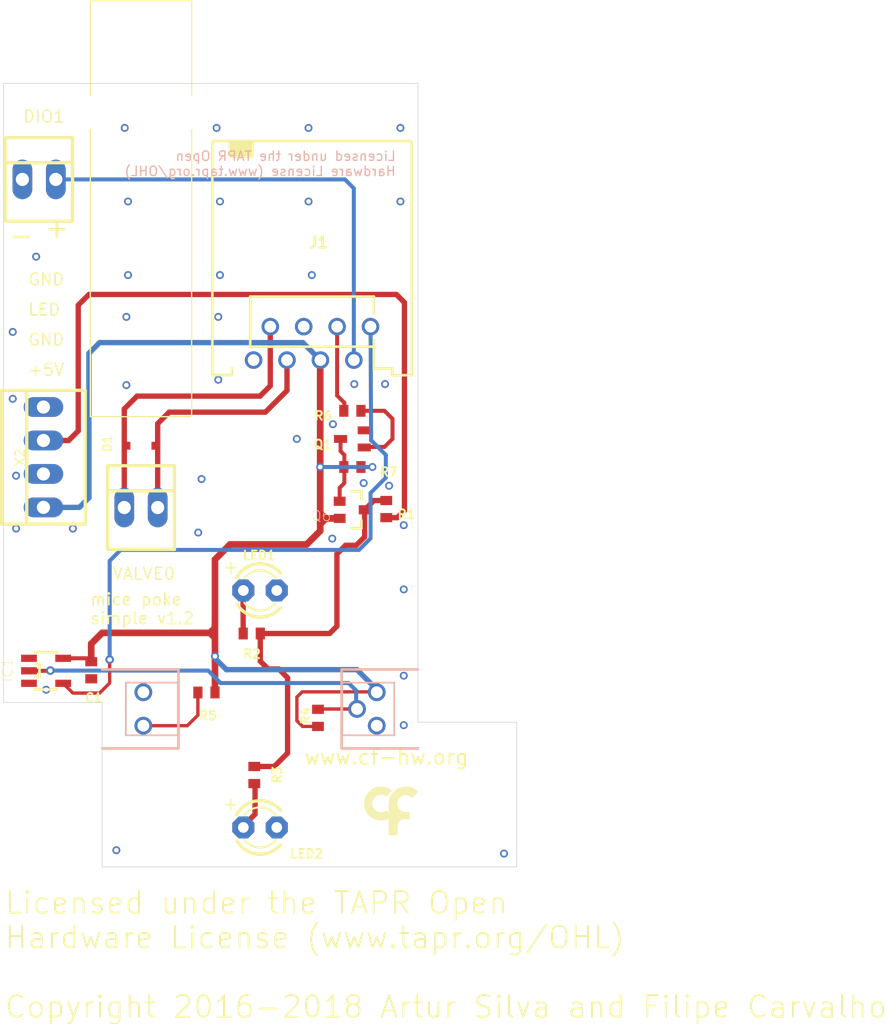
<source format=kicad_pcb>
(kicad_pcb (version 20211014) (generator pcbnew)
  (layers (0 "F.Cu" signal) (31 "B.Cu" signal) (34 "B.Paste" user) (35 "F.Paste" user) (36 "B.SilkS" user "B.Silkscreen") (37 "F.SilkS" user "F.Silkscreen") (38 "B.Mask" user) (39 "F.Mask" user) (44 "Edge.Cuts" user))
  (net 0 "")
  (net 1 "GND")
  (net 2 "IR_IN")
  (net 3 "N$4")
  (net 4 "N$9")
  (net 5 "+5V")
  (net 6 "N$13")
  (net 7 "N$14")
  (net 8 "LED")
  (net 9 "N$5")
  (net 10 "N$6")
  (net 11 "N$7")
  (net 12 "N$2")
  (net 13 "N$8")
  (net 14 "N$18")
  (net 15 "N$19")
  (footprint "mice poke simple v1.2:SOD323-R" (layer "F.Cu") (at 139.448121 102.76576 180)
    (fp_text reference "D1" (at 2.556 0.8968 90) (layer "F.SilkS") (effects (font (size 0.672592 0.672592) (thickness 0.140208)) (justify right)))
    (fp_text value "NA")
    (pad "A" smd rect (at 1.1 0 180) (size 0.6 0.6) (layers "F.Cu" "F.Paste" "F.Mask") (net 9 "N$5"))
    (pad "C" smd rect (at -1.1 0 180) (size 0.6 0.6) (layers "F.Cu" "F.Paste" "F.Mask") (net 10 "N$6"))
  )
  (footprint "" (layer "F.Cu") (at 143.3011 77.4596)
    (fp_text reference "@HOLE4" hide)
    (fp_text value "" (at 0 0) (layer "F.SilkS") (effects (font (size 1.27 1.27))))
    (pad "" np_thru_hole circle (at 0 0) (size 2.5 2.5) (drill 2.5) (layers *.Cu *.Mask))
  )
  (footprint "mice poke simple v1.2:LED3MM" (layer "F.Cu") (at 148.5011 113.7596)
    (fp_text reference "LED1" (at -1.397 -2.667) (layer "F.SilkS") (effects (font (size 0.67564 0.67564) (thickness 0.13716)) (justify left)))
    (fp_text value "")
    (pad "A" thru_hole roundrect (at -1.27 0) (size 1.6764 1.6764) (drill 0.8128) (layers *.Cu *.Mask) (chamfer_ratio 0.2928932188) (chamfer top_left top_right bottom_left bottom_right) (net 7 "N$14"))
    (pad "K" thru_hole roundrect (at 1.27 0) (size 1.6764 1.6764) (drill 0.8128) (layers *.Cu *.Mask) (chamfer_ratio 0.2928932188) (chamfer top_left top_right bottom_left bottom_right) (net 1 "GND"))
  )
  (footprint "" (layer "F.Cu") (at 132.5011 114.2596)
    (fp_text reference "@HOLE2" hide)
    (fp_text value "" (at 0 0) (layer "F.SilkS") (effects (font (size 1.27 1.27))))
    (pad "" np_thru_hole circle (at 0 0) (size 3.2 3.2) (drill 3.2) (layers *.Cu *.Mask))
  )
  (footprint "mice poke simple v1.2:SOT23-5" (layer "F.Cu") (at 132.2391 119.8616 -90)
    (fp_text reference "IC1" (at -1.018537 2.921 90) (layer "F.SilkS") (effects (font (size 0.767933 0.767933) (thickness 0.044867)) (justify right)))
    (fp_text value "SN74LVC1G125")
    (pad "1" smd rect (at -0.95 1.3001 270) (size 0.55 1.2) (layers "F.Cu" "F.Paste" "F.Mask") (net 1 "GND"))
    (pad "2" smd rect (at 0 1.3001 270) (size 0.55 1.2) (layers "F.Cu" "F.Paste" "F.Mask") (net 4 "N$9"))
    (pad "3" smd rect (at 0.95 1.3001 270) (size 0.55 1.2) (layers "F.Cu" "F.Paste" "F.Mask") (net 1 "GND"))
    (pad "4" smd rect (at 0.95 -1.3001 270) (size 0.55 1.2) (layers "F.Cu" "F.Paste" "F.Mask") (net 2 "IR_IN"))
    (pad "5" smd rect (at -0.95 -1.3001 270) (size 0.55 1.2) (layers "F.Cu" "F.Paste" "F.Mask") (net 5 "+5V"))
  )
  (footprint "mice poke simple v1.2:C0402" (layer "F.Cu") (at 135.669 119.818419 -90)
    (fp_text reference "C1" (at 2.098963 0.552063) (layer "F.SilkS") (effects (font (size 0.672592 0.672592) (thickness 0.140208)) (justify left)))
    (fp_text value "100nF")
    (pad "1" smd rect (at -0.65 0 270) (size 0.7 0.9) (layers "F.Cu" "F.Paste" "F.Mask") (net 5 "+5V"))
    (pad "2" smd rect (at 0.65 0 270) (size 0.7 0.9) (layers "F.Cu" "F.Paste" "F.Mask") (net 1 "GND"))
  )
  (footprint "mice poke simple v1.2:R0402" (layer "F.Cu") (at 158.092818 107.576679 90)
    (fp_text reference "R1" (at -0.39464 0.773444) (layer "F.SilkS") (effects (font (size 0.672592 0.672592) (thickness 0.140208)) (justify left)))
    (fp_text value "150")
    (pad "1" smd rect (at -0.65 0 90) (size 0.7 0.9) (layers "F.Cu" "F.Paste" "F.Mask") (net 12 "N$2"))
    (pad "2" smd rect (at 0.65 0 90) (size 0.7 0.9) (layers "F.Cu" "F.Paste" "F.Mask") (net 8 "LED"))
  )
  (footprint "mice poke simple v1.2:LED3MM" (layer "F.Cu") (at 148.5011 131.7596)
    (fp_text reference "LED2" (at 2.207262 1.996704) (layer "F.SilkS") (effects (font (size 0.67564 0.67564) (thickness 0.13716)) (justify left)))
    (fp_text value "")
    (pad "A" thru_hole roundrect (at -1.27 0) (size 1.6764 1.6764) (drill 0.8128) (layers *.Cu *.Mask) (chamfer_ratio 0.2928932188) (chamfer top_left top_right bottom_left bottom_right) (net 6 "N$13"))
    (pad "K" thru_hole roundrect (at 1.27 0) (size 1.6764 1.6764) (drill 0.8128) (layers *.Cu *.Mask) (chamfer_ratio 0.2928932188) (chamfer top_left top_right bottom_left bottom_right) (net 1 "GND"))
  )
  (footprint "mice poke simple v1.2:R0402" (layer "F.Cu") (at 155.5187 100.114)
    (fp_text reference "R6" (at -2.9718 0.381) (layer "F.SilkS") (effects (font (size 0.672592 0.672592) (thickness 0.140208)) (justify left)))
    (fp_text value "10k")
    (pad "1" smd rect (at -0.65 0) (size 0.7 0.9) (layers "F.Cu" "F.Paste" "F.Mask") (net 13 "N$8"))
    (pad "2" smd rect (at 0.65 0) (size 0.7 0.9) (layers "F.Cu" "F.Paste" "F.Mask") (net 15 "N$19"))
  )
  (footprint "mice poke simple v1.2:SOT323-BEC" (layer "F.Cu") (at 155.5187 102.2476 90)
    (fp_text reference "Q1" (at -0.4254 -3.0226) (layer "F.SilkS") (effects (font (size 0.672592 0.672592) (thickness 0.140208)) (justify left)))
    (fp_text value "BC817-40W")
    (pad "B" smd rect (at -0.65 0.9 90) (size 0.6 1) (layers "F.Cu" "F.Paste" "F.Mask") (net 15 "N$19"))
    (pad "C" smd rect (at 0 -0.9 90) (size 0.6 1) (layers "F.Cu" "F.Paste" "F.Mask") (net 14 "N$18"))
    (pad "E" smd rect (at 0.65 0.9 90) (size 0.6 1) (layers "F.Cu" "F.Paste" "F.Mask") (net 1 "GND"))
  )
  (footprint "" (layer "F.Cu") (at 148.5011 122.7596)
    (fp_text reference "@HOLE0" hide)
    (fp_text value "" (at 0 0) (layer "F.SilkS") (effects (font (size 1.27 1.27))))
    (pad "" np_thru_hole circle (at 0 0) (size 3 3) (drill 3) (layers *.Cu *.Mask))
  )
  (footprint "" (layer "F.Cu") (at 164.5011 131.2596)
    (fp_text reference "@HOLE1" hide)
    (fp_text value "" (at 0 0) (layer "F.SilkS") (effects (font (size 1.27 1.27))))
    (pad "" np_thru_hole circle (at 0 0) (size 3.2 3.2) (drill 3.2) (layers *.Cu *.Mask))
  )
  (footprint "mice poke simple v1.2:215878-2" (layer "F.Cu") (at 152.4536 87.369941 180)
    (fp_text reference "J1" (at -1.320159 0.045841) (layer "F.SilkS") (effects (font (size 0.819709 0.819709) (thickness 0.196291)) (justify right)))
    (fp_text value "")
    (pad "" np_thru_hole circle (at 5.715 0 180) (size 3.2512 3.2512) (drill 3.2512) (layers *.Cu *.Mask))
    (pad "" np_thru_hole circle (at -5.715 0 180) (size 3.2512 3.2512) (drill 3.2512) (layers *.Cu *.Mask))
    (pad "1" thru_hole circle (at -4.445 -6.35 180) (size 1.3335 1.3335) (drill 0.889) (layers *.Cu *.Mask) (net 2 "IR_IN"))
    (pad "2" thru_hole circle (at -3.175 -8.89 180) (size 1.3335 1.3335) (drill 0.889) (layers *.Cu *.Mask) (net 11 "N$7"))
    (pad "3" thru_hole circle (at -1.905 -6.35 180) (size 1.3335 1.3335) (drill 0.889) (layers *.Cu *.Mask) (net 13 "N$8"))
    (pad "4" thru_hole circle (at -0.635 -8.89 180) (size 1.3335 1.3335) (drill 0.889) (layers *.Cu *.Mask) (net 5 "+5V"))
    (pad "5" thru_hole circle (at 0.635 -6.35 180) (size 1.3335 1.3335) (drill 0.889) (layers *.Cu *.Mask) (net 1 "GND"))
    (pad "6" thru_hole circle (at 1.905 -8.89 180) (size 1.3335 1.3335) (drill 0.889) (layers *.Cu *.Mask) (net 10 "N$6"))
    (pad "7" thru_hole circle (at 3.175 -6.35 180) (size 1.3335 1.3335) (drill 0.889) (layers *.Cu *.Mask) (net 9 "N$5"))
    (pad "8" thru_hole circle (at 4.445 -8.89 180) (size 1.3335 1.3335) (drill 0.889) (layers *.Cu *.Mask))
  )
  (footprint "mice poke simple v1.2:R0402" (layer "F.Cu") (at 144.426937 121.507922 180)
    (fp_text reference "R5" (at 0.642616 -1.758675) (layer "F.SilkS") (effects (font (size 0.672592 0.672592) (thickness 0.140208)) (justify left)))
    (fp_text value "510")
    (pad "1" smd rect (at -0.65 0 180) (size 0.7 0.9) (layers "F.Cu" "F.Paste" "F.Mask") (net 5 "+5V"))
    (pad "2" smd rect (at 0.65 0 180) (size 0.7 0.9) (layers "F.Cu" "F.Paste" "F.Mask") (net 3 "N$4"))
  )
  (footprint "mice poke simple v1.2:R0402" (layer "F.Cu") (at 152.9037 123.4358 -90)
    (fp_text reference "R4" (at 0.587697 0.938819 90) (layer "F.SilkS") (effects (font (size 0.672592 0.672592) (thickness 0.140208)) (justify left)))
    (fp_text value "3.3k")
    (pad "1" smd rect (at -0.65 0 270) (size 0.7 0.9) (layers "F.Cu" "F.Paste" "F.Mask") (net 4 "N$9"))
    (pad "2" smd rect (at 0.65 0 270) (size 0.7 0.9) (layers "F.Cu" "F.Paste" "F.Mask") (net 5 "+5V"))
  )
  (footprint "mice poke simple v1.2:R0402" (layer "F.Cu") (at 155.5187 104.3812 180)
    (fp_text reference "R7" (at -2.0066 -0.381) (layer "F.SilkS") (effects (font (size 0.672592 0.672592) (thickness 0.140208)) (justify left)))
    (fp_text value "10k")
    (pad "1" smd rect (at -0.65 0 180) (size 0.7 0.9) (layers "F.Cu" "F.Paste" "F.Mask") (net 5 "+5V"))
    (pad "2" smd rect (at 0.65 0 180) (size 0.7 0.9) (layers "F.Cu" "F.Paste" "F.Mask") (net 14 "N$18"))
  )
  (footprint "mice poke simple v1.2:R0402" (layer "F.Cu") (at 147.869718 117.029541)
    (fp_text reference "R2" (at -0.726437 1.559553) (layer "F.SilkS") (effects (font (size 0.672592 0.672592) (thickness 0.140208)) (justify left)))
    (fp_text value "300")
    (pad "1" smd rect (at -0.65 0) (size 0.7 0.9) (layers "F.Cu" "F.Paste" "F.Mask") (net 7 "N$14"))
    (pad "2" smd rect (at 0.65 0) (size 0.7 0.9) (layers "F.Cu" "F.Paste" "F.Mask") (net 8 "LED"))
  )
  (footprint "mice poke simple v1.2:LOGO_7" (layer "F.Cu") (at 157.6451 129.9336)
    (fp_text reference "U$2" hide)
    (fp_text value "" hide)
  )
  (footprint "mice poke simple v1.2:22-23-2021" (layer "F.Cu") (at 139.4511 107.4596)
    (fp_text reference "VALVE0" (at -2.2352 5.0292) (layer "F.SilkS") (effects (font (size 0.906272 0.906272) (thickness 0.109728)) (justify left)))
    (fp_text value "22-23-2021")
    (pad "1" thru_hole oval (at -1.27 0 90) (size 3 1.5) (drill 1) (layers *.Cu *.Mask) (net 9 "N$5"))
    (pad "2" thru_hole oval (at 1.27 0 90) (size 3 1.5) (drill 1) (layers *.Cu *.Mask) (net 10 "N$6"))
  )
  (footprint "" (layer "F.Cu") (at 148.5011 103.7556)
    (fp_text reference "@HOLE3" hide)
    (fp_text value "" (at 0 0) (layer "F.SilkS") (effects (font (size 1.27 1.27))))
    (pad "" np_thru_hole circle (at 0 0) (size 5.08 5.08) (drill 5.08) (layers *.Cu *.Mask))
  )
  (footprint "mice poke simple v1.2:22-23-2021" (layer "F.Cu") (at 131.7079 82.5372)
    (fp_text reference "DIO1" (at 2.0104 -4.7752) (layer "F.SilkS") (effects (font (size 0.906272 0.906272) (thickness 0.109728)) (justify right)))
    (fp_text value "")
    (pad "1" thru_hole oval (at -1.27 0 90) (size 3 1.5) (drill 1) (layers *.Cu *.Mask) (net 1 "GND"))
    (pad "2" thru_hole oval (at 1.27 0 90) (size 3 1.5) (drill 1) (layers *.Cu *.Mask) (net 11 "N$7"))
  )
  (footprint "mice poke simple v1.2:SOT323" (layer "F.Cu") (at 155.5011 107.6336 -90)
    (fp_text reference "Q6" (at 0.4664 3.1507) (layer "F.SilkS") (effects (font (size 0.767933 0.767933) (thickness 0.044867)) (justify left)))
    (fp_text value "RTU002P02T106")
    (pad "1" smd rect (at 0.65 0.95 270) (size 0.7 0.9) (layers "F.Cu" "F.Paste" "F.Mask") (net 5 "+5V"))
    (pad "2" smd rect (at -0.65 0.95 270) (size 0.7 0.9) (layers "F.Cu" "F.Paste" "F.Mask") (net 14 "N$18"))
    (pad "3" smd rect (at 0 -0.95 270) (size 0.7 0.9) (layers "F.Cu" "F.Paste" "F.Mask") (net 8 "LED"))
  )
  (footprint "mice poke simple v1.2:R0402" (layer "F.Cu") (at 148.0621 127.7786 90)
    (fp_text reference "R3" (at -0.72136 1.747515 90) (layer "F.SilkS") (effects (font (size 0.672592 0.672592) (thickness 0.140208)) (justify left)))
    (fp_text value "300")
    (pad "1" smd rect (at -0.65 0 90) (size 0.7 0.9) (layers "F.Cu" "F.Paste" "F.Mask") (net 6 "N$13"))
    (pad "2" smd rect (at 0.65 0 90) (size 0.7 0.9) (layers "F.Cu" "F.Paste" "F.Mask") (net 8 "LED"))
  )
  (footprint "mice poke simple v1.2:22-23-2041" (layer "F.Cu") (at 132.039078 103.636979 90)
    (fp_text reference "X2" (at -0.762 -1.778 90) (layer "F.SilkS") (effects (font (size 0.703072 0.703072) (thickness 0.109728)) (justify left)))
    (fp_text value "22-23-2041")
    (pad "1" thru_hole oval (at -3.81 0 180) (size 3 1.5) (drill 1) (layers *.Cu *.Mask) (net 5 "+5V"))
    (pad "2" thru_hole oval (at -1.27 0 180) (size 3 1.5) (drill 1) (layers *.Cu *.Mask) (net 1 "GND"))
    (pad "3" thru_hole oval (at 1.27 0 180) (size 3 1.5) (drill 1) (layers *.Cu *.Mask) (net 12 "N$2"))
    (pad "4" thru_hole oval (at 3.81 0 180) (size 3 1.5) (drill 1) (layers *.Cu *.Mask) (net 1 "GND"))
  )
  (footprint "" (layer "F.Cu") (at 135.6011 77.4596)
    (fp_text reference "@HOLE5" hide)
    (fp_text value "" (at 0 0) (layer "F.SilkS") (effects (font (size 1.27 1.27))))
    (pad "" np_thru_hole circle (at 0 0) (size 2.5 2.5) (drill 2.5) (layers *.Cu *.Mask))
  )
  (footprint "mice poke simple v1.2:GP1A57HR_CUT2" (layer "B.Cu") (at 148.5011 122.7596 -90)
    (fp_text reference "U1" hide)
    (fp_text value "GP1A57HR_CUT2" hide)
    (pad "1" thru_hole circle (at 1.27 8.87 270) (size 1.35 1.35) (drill 0.9) (layers *.Cu *.Mask) (net 3 "N$4"))
    (pad "2" thru_hole circle (at -1.27 8.87 270) (size 1.35 1.35) (drill 0.9) (layers *.Cu *.Mask) (net 1 "GND"))
    (pad "3" thru_hole circle (at -1.27 -8.87 270) (size 1.35 1.35) (drill 0.9) (layers *.Cu *.Mask) (net 5 "+5V"))
    (pad "4" thru_hole circle (at 0 -7.37 270) (size 1.35 1.35) (drill 0.9) (layers *.Cu *.Mask) (net 4 "N$9"))
    (pad "5" thru_hole circle (at 1.27 -8.87 270) (size 1.35 1.35) (drill 0.9) (layers *.Cu *.Mask) (net 1 "GND"))
  )
  (gr_line (start 160.5011 119.7596) (end 154.7011 119.7596) (layer "B.SilkS") (width 0.2032))
  (gr_line (start 154.7011 119.7596) (end 154.7011 125.7596) (layer "B.SilkS") (width 0.2032))
  (gr_line (start 142.3011 119.7596) (end 136.5011 119.7596) (layer "B.SilkS") (width 0.2032))
  (gr_line (start 154.7011 125.7596) (end 160.5011 125.7596) (layer "B.SilkS") (width 0.2032))
  (gr_line (start 142.3011 125.7596) (end 142.3011 119.7596) (layer "B.SilkS") (width 0.2032))
  (gr_line (start 136.5011 125.7596) (end 142.3011 125.7596) (layer "B.SilkS") (width 0.2032))
  (gr_line (start 135.6011 68.9596) (end 135.6011 100.5596) (layer "F.SilkS") (width 0.1016))
  (gr_line (start 143.3011 68.9596) (end 135.6011 68.9596) (layer "F.SilkS") (width 0.1016))
  (gr_line (start 143.3011 100.5596) (end 135.6011 100.5596) (layer "F.SilkS") (width 0.1016))
  (gr_line (start 143.3011 68.9596) (end 143.3011 100.5596) (layer "F.SilkS") (width 0.1016))
  (gr_line (start 168.0011 134.7596) (end 168.0011 123.7676) (layer "Edge.Cuts") (width 0.05))
  (gr_line (start 136.5011 134.7596) (end 168.0011 134.7596) (layer "Edge.Cuts") (width 0.05))
  (gr_line (start 160.5011 123.7676) (end 160.5011 109.0296) (layer "Edge.Cuts") (width 0.05))
  (gr_line (start 160.4951 75.2476) (end 129.0011 75.2476) (layer "Edge.Cuts") (width 0.05))
  (gr_line (start 136.5011 122.2596) (end 136.5011 134.7596) (layer "Edge.Cuts") (width 0.05))
  (gr_line (start 160.5011 109.0296) (end 160.4951 109.0296) (layer "Edge.Cuts") (width 0.05))
  (gr_line (start 129.0011 122.2596) (end 136.5011 122.2596) (layer "Edge.Cuts") (width 0.05))
  (gr_line (start 168.0011 123.7676) (end 160.5011 123.7676) (layer "Edge.Cuts") (width 0.05))
  (gr_line (start 160.4951 109.0296) (end 160.4951 75.2476) (layer "Edge.Cuts") (width 0.05))
  (gr_line (start 129.0011 75.2476) (end 129.0011 122.2596) (layer "Edge.Cuts") (width 0.05))
  (gr_text "Licensed under the TAPR Open \nHardware License (www.tapr.org/OHL)" (at 158.8715 82.334) (layer "B.SilkS") (effects (font (size 0.715264 0.715264) (thickness 0.097536)) (justify left bottom mirror)))
  (gr_text "+5V" (at 130.8051 97.5236) (layer "F.SilkS") (effects (font (size 0.89408 0.89408) (thickness 0.12192)) (justify left bottom)))
  (gr_text "+" (at 133.8199 87.3632 90) (layer "F.SilkS") (effects (font (size 1.475232 1.475232) (thickness 0.201168)) (justify left bottom)))
  (gr_text "Licensed under the TAPR Open \nHardware License (www.tapr.org/OHL)\n\nCopyright 2016-2018 Artur Silva and Filipe Carvalho" (at 129.0011 146.342) (layer "F.SilkS") (effects (font (size 1.63576 1.63576) (thickness 0.14224)) (justify left bottom)))
  (gr_text "GND" (at 130.8051 90.6656) (layer "F.SilkS") (effects (font (size 0.89408 0.89408) (thickness 0.12192)) (justify left bottom)))
  (gr_text "-" (at 131.3815 85.9408) (layer "F.SilkS") (effects (font (size 1.475232 1.475232) (thickness 0.201168)) (justify right top)))
  (gr_text "mice poke\nsimple v1.2" (at 135.5247 116.396419) (layer "F.SilkS") (effects (font (size 0.89408 0.89408) (thickness 0.12192)) (justify left bottom)))
  (gr_text "LED" (at 130.8051 92.9516) (layer "F.SilkS") (effects (font (size 0.89408 0.89408) (thickness 0.12192)) (justify left bottom)))
  (gr_text "GND" (at 130.8051 95.2376) (layer "F.SilkS") (effects (font (size 0.89408 0.89408) (thickness 0.12192)) (justify left bottom)))
  (gr_text "www.cf-hw.org" (at 151.7816 127.069) (layer "F.SilkS") (effects (font (size 1.1176 1.1176) (thickness 0.1524)) (justify left bottom)))
  (via (at 143.8021 109.3596) (size 0.6) (drill 0.35) (layers "F.Cu" "B.Cu") (net 1))
  (via (at 158.3055 105.8036) (size 0.6) (drill 0.35) (layers "F.Cu" "B.Cu") (net 1))
  (via (at 158.0007 98.082) (size 0.6) (drill 0.35) (layers "F.Cu" "B.Cu") (net 1))
  (via (at 152.1841 78.6256) (size 0.6) (drill 0.35) (layers "F.Cu" "B.Cu") (net 1))
  (via (at 129.7051 99.1996) (size 0.6) (drill 0.35) (layers "F.Cu" "B.Cu") (net 1))
  (via (at 129.9591 109.0548) (size 0.6) (drill 0.35) (layers "F.Cu" "B.Cu") (net 1))
  (via (at 167.0431 133.7436) (size 0.6) (drill 0.35) (layers "F.Cu" "B.Cu") (net 1))
  (via (at 132.2451 121.2976) (size 0.6) (drill 0.35) (layers "F.Cu" "B.Cu") (net 1))
  (via (at 145.1991 78.6256) (size 0.6) (drill 0.35) (layers "F.Cu" "B.Cu") (net 1))
  (via (at 131.4831 88.4046) (size 0.6) (drill 0.35) (layers "F.Cu" "B.Cu") (net 1))
  (via (at 159.4231 120.2308) (size 0.6) (drill 0.35) (layers "F.Cu" "B.Cu") (net 1))
  (via (at 138.3411 92.9766) (size 0.6) (drill 0.35) (layers "F.Cu" "B.Cu") (net 1))
  (via (at 138.3411 98.1582) (size 0.6) (drill 0.35) (layers "F.Cu" "B.Cu") (net 1))
  (via (at 145.4531 89.8016) (size 0.6) (drill 0.35) (layers "F.Cu" "B.Cu") (net 1))
  (via (at 154.0383 101.13) (size 0.6) (drill 0.35) (layers "F.Cu" "B.Cu") (net 1))
  (via (at 145.4531 84.2136) (size 0.6) (drill 0.35) (layers "F.Cu" "B.Cu") (net 1))
  (via (at 138.4681 89.8016) (size 0.6) (drill 0.35) (layers "F.Cu" "B.Cu") (net 1))
  (via (at 153.9875 109.8168) (size 0.6) (drill 0.35) (layers "F.Cu" "B.Cu") (net 1))
  (via (at 159.4231 108.8008) (size 0.6) (drill 0.35) (layers "F.Cu" "B.Cu") (net 1))
  (via (at 156.3751 105.6004) (size 0.6) (drill 0.35) (layers "F.Cu" "B.Cu") (net 1))
  (via (at 145.3261 97.7518) (size 0.6) (drill 0.35) (layers "F.Cu" "B.Cu") (net 1))
  (via (at 159.1691 84.2136) (size 0.6) (drill 0.35) (layers "F.Cu" "B.Cu") (net 1))
  (via (at 129.9591 105.0416) (size 0.6) (drill 0.35) (layers "F.Cu" "B.Cu") (net 1))
  (via (at 159.4231 123.99) (size 0.6) (drill 0.35) (layers "F.Cu" "B.Cu") (net 1))
  (via (at 159.4231 113.6776) (size 0.6) (drill 0.35) (layers "F.Cu" "B.Cu") (net 1))
  (via (at 134.2771 109.0548) (size 0.6) (drill 0.35) (layers "F.Cu" "B.Cu") (net 1))
  (via (at 152.4381 89.8016) (size 0.6) (drill 0.35) (layers "F.Cu" "B.Cu") (net 1))
  (via (at 138.4681 84.2136) (size 0.6) (drill 0.35) (layers "F.Cu" "B.Cu") (net 1))
  (via (at 138.2141 78.6256) (size 0.6) (drill 0.35) (layers "F.Cu" "B.Cu") (net 1))
  (via (at 159.1691 78.6256) (size 0.6) (drill 0.35) (layers "F.Cu" "B.Cu") (net 1))
  (via (at 155.6639 98.082) (size 0.6) (drill 0.35) (layers "F.Cu" "B.Cu") (net 1))
  (via (at 137.5791 133.4896) (size 0.6) (drill 0.35) (layers "F.Cu" "B.Cu") (net 1))
  (via (at 144.0561 105.2956) (size 0.6) (drill 0.35) (layers "F.Cu" "B.Cu") (net 1))
  (via (at 129.7051 94.1196) (size 0.6) (drill 0.35) (layers "F.Cu" "B.Cu") (net 1))
  (via (at 151.2951 102.2476) (size 0.6) (drill 0.35) (layers "F.Cu" "B.Cu") (net 1))
  (via (at 145.3261 92.9766) (size 0.6) (drill 0.35) (layers "F.Cu" "B.Cu") (net 1))
  (via (at 152.1841 84.2136) (size 0.6) (drill 0.35) (layers "F.Cu" "B.Cu") (net 1))
  (segment (start 136.3091 121.5516) (end 137.0711 120.7896) (width 0.254) (layer "F.Cu") (net 2))
  (segment (start 137.0711 120.7896) (end 137.0711 119.0116) (width 0.254) (layer "F.Cu") (net 2))
  (segment (start 133.7911 121.0656) (end 134.2771 121.5516) (width 0.254) (layer "F.Cu") (net 2))
  (segment (start 133.5392 120.8116) (end 133.7911 121.0656) (width 0.254) (layer "F.Cu") (net 2))
  (segment (start 134.2771 121.5516) (end 136.3091 121.5516) (width 0.254) (layer "F.Cu") (net 2))
  (via (at 137.0711 119.0116) (size 0.65) (drill 0.35) (layers "F.Cu" "B.Cu") (net 2))
  (segment (start 158.0587 103.4668) (end 158.0587 105.194) (width 0.3048) (layer "B.Cu") (net 2))
  (segment (start 137.0711 111.510982) (end 137.901681 110.6804) (width 0.3048) (layer "B.Cu") (net 2))
  (segment (start 158.0587 105.194) (end 156.8986 106.3541) (width 0.3048) (layer "B.Cu") (net 2))
  (segment (start 156.8986 106.3541) (end 156.8986 109.8013) (width 0.3048) (layer "B.Cu") (net 2))
  (segment (start 156.0195 110.6804) (end 156.8986 109.8013) (width 0.3048) (layer "B.Cu") (net 2))
  (segment (start 137.0711 111.510982) (end 137.0711 119.0116) (width 0.3048) (layer "B.Cu") (net 2))
  (segment (start 156.8986 93.719941) (end 156.9411 102.3492) (width 0.3048) (layer "B.Cu") (net 2))
  (segment (start 156.9411 102.3492) (end 158.0587 103.4668) (width 0.3048) (layer "B.Cu") (net 2))
  (segment (start 156.0195 110.6804) (end 137.901681 110.6804) (width 0.3048) (layer "B.Cu") (net 2))
  (segment (start 139.6311 124.0296) (end 142.9751 124.0296) (width 0.254) (layer "F.Cu") (net 3))
  (segment (start 142.9751 124.0296) (end 143.776937 123.227763) (width 0.254) (layer "F.Cu") (net 3))
  (segment (start 143.776937 121.507922) (end 143.776937 123.227763) (width 0.254) (layer "F.Cu") (net 3))
  (segment (start 155.8671 122.7636) (end 155.8711 122.7596) (width 0.254) (layer "F.Cu") (net 4))
  (segment (start 152.9259 122.7636) (end 152.9037 122.7858) (width 0.4064) (layer "F.Cu") (net 4))
  (segment (start 132.32294 119.8616) (end 130.939 119.8616) (width 0.3048) (layer "F.Cu") (net 4))
  (segment (start 152.9259 122.7636) (end 155.8671 122.7636) (width 0.254) (layer "F.Cu") (net 4))
  (segment (start 132.32294 119.8616) (end 132.560059 119.844719) (width 0.3048) (layer "F.Cu") (net 4))
  (via (at 132.560059 119.844719) (size 0.65) (drill 0.35) (layers "F.Cu" "B.Cu") (net 4))
  (segment (start 132.560059 119.844719) (end 144.559018 119.844719) (width 0.3048) (layer "B.Cu") (net 4))
  (segment (start 144.559018 119.844719) (end 145.5039 120.7896) (width 0.3048) (layer "B.Cu") (net 4))
  (segment (start 145.5039 120.7896) (end 155.2311 120.7896) (width 0.3048) (layer "B.Cu") (net 4))
  (segment (start 155.2311 120.7896) (end 155.8011 121.3596) (width 0.3048) (layer "B.Cu") (net 4))
  (segment (start 155.8011 121.3596) (end 155.8011 122.6896) (width 0.3048) (layer "B.Cu") (net 4))
  (segment (start 155.8011 122.6896) (end 155.8711 122.7596) (width 0.3048) (layer "B.Cu") (net 4))
  (segment (start 153.5141 108.1912) (end 153.4359 108.1912) (width 0.3048) (layer "F.Cu") (net 5))
  (segment (start 153.0731 108.7246) (end 153.1148 108.6829) (width 0.508) (layer "F.Cu") (net 5))
  (segment (start 145.076278 118.7576) (end 145.076937 121.507922) (width 0.508) (layer "F.Cu") (net 5))
  (segment (start 145.0721 116.5986) (end 145.0721 116.3446) (width 0.508) (layer "F.Cu") (net 5))
  (segment (start 156.1687 104.3812) (end 157.0427 104.3812) (width 0.3048) (layer "F.Cu") (net 5))
  (segment (start 153.5141 108.2836) (end 153.5141 108.1912) (width 0.3048) (layer "F.Cu") (net 5))
  (segment (start 157.0411 121.4596) (end 157.3711 121.4896) (width 0.254) (layer "F.Cu") (net 5))
  (segment (start 136.4996 116.9796) (end 135.669 117.8102) (width 0.508) (layer "F.Cu") (net 5))
  (segment (start 153.0731 108.6829) (end 153.1148 108.6829) (width 0.508) (layer "F.Cu") (net 5))
  (segment (start 136.4996 116.9796) (end 144.6911 116.9796) (width 0.508) (layer "F.Cu") (net 5))
  (segment (start 145.076278 111.402422) (end 145.076278 116.9796) (width 0.508) (layer "F.Cu") (net 5))
  (segment (start 146.2151 110.2636) (end 145.076278 111.402422) (width 0.508) (layer "F.Cu") (net 5))
  (segment (start 152.9037 124.0858) (end 151.7273 124.0858) (width 0.254) (layer "F.Cu") (net 5))
  (segment (start 144.6911 116.9796) (end 145.0721 117.3606) (width 0.508) (layer "F.Cu") (net 5))
  (segment (start 153.0803 107.8356) (end 153.4359 108.1912) (width 0.4572) (layer "F.Cu") (net 5))
  (segment (start 153.0803 107.2768) (end 153.0803 107.8356) (width 0.4572) (layer "F.Cu") (net 5))
  (segment (start 153.0731 96.275441) (end 153.0886 96.259941) (width 0.508) (layer "F.Cu") (net 5))
  (segment (start 153.0731 109.2321) (end 152.0416 110.2636) (width 0.508) (layer "F.Cu") (net 5))
  (segment (start 151.7273 124.0858) (end 151.3011 123.6596) (width 0.254) (layer "F.Cu") (net 5))
  (segment (start 133.5392 118.9116) (end 135.666181 118.9116) (width 0.3048) (layer "F.Cu") (net 5))
  (segment (start 153.1148 108.6829) (end 153.5141 108.2836) (width 0.508) (layer "F.Cu") (net 5))
  (segment (start 135.669 119.168419) (end 135.669 117.8102) (width 0.508) (layer "F.Cu") (net 5))
  (segment (start 145.0721 117.3606) (end 145.0721 117.4876) (width 0.508) (layer "F.Cu") (net 5))
  (segment (start 151.3011 123.6596) (end 151.3011 121.8596) (width 0.254) (layer "F.Cu") (net 5))
  (segment (start 144.6911 116.9796) (end 145.0721 116.5986) (width 0.508) (layer "F.Cu") (net 5))
  (segment (start 135.666181 118.9116) (end 135.669 119.168419) (width 0.3048) (layer "F.Cu") (net 5))
  (segment (start 145.0467 121.527341) (end 145.076937 121.507922) (width 0.4064) (layer "F.Cu") (net 5))
  (segment (start 153.0731 104.3812) (end 153.0731 96.275441) (width 0.508) (layer "F.Cu") (net 5))
  (segment (start 153.0731 108.6829) (end 153.0731 104.3812) (width 0.508) (layer "F.Cu") (net 5))
  (segment (start 153.0731 108.7246) (end 153.0731 109.2321) (width 0.508) (layer "F.Cu") (net 5))
  (segment (start 151.7011 121.4596) (end 157.0411 121.4596) (width 0.254) (layer "F.Cu") (net 5))
  (segment (start 152.0416 110.2636) (end 146.2151 110.2636) (width 0.508) (layer "F.Cu") (net 5))
  (segment (start 151.3011 121.8596) (end 151.7011 121.4596) (width 0.254) (layer "F.Cu") (net 5))
  (segment (start 145.076278 116.9796) (end 145.076278 118.7576) (width 0.508) (layer "F.Cu") (net 5))
  (segment (start 154.5511 108.2836) (end 153.5141 108.2836) (width 0.508) (layer "F.Cu") (net 5))
  (segment (start 144.6911 116.9796) (end 145.076278 116.9796) (width 0.508) (layer "F.Cu") (net 5))
  (via (at 153.0731 104.3812) (size 0.6) (drill 0.35) (layers "F.Cu" "B.Cu") (net 5))
  (via (at 145.076278 118.7576) (size 0.6) (drill 0.35) (layers "F.Cu" "B.Cu") (net 5))
  (via (at 157.0427 104.3812) (size 0.6) (drill 0.35) (layers "F.Cu" "B.Cu") (net 5))
  (segment (start 145.939878 119.7736) (end 155.8671 119.7736) (width 0.4064) (layer "B.Cu") (net 5))
  (segment (start 151.7523 94.9324) (end 136.3091 94.9324) (width 0.4064) (layer "B.Cu") (net 5))
  (segment (start 135.4963 95.7452) (end 135.4963 106.718) (width 0.4064) (layer "B.Cu") (net 5))
  (segment (start 136.3091 94.9324) (end 135.4963 95.7452) (width 0.4064) (layer "B.Cu") (net 5))
  (segment (start 155.8671 119.7736) (end 157.3711 121.2776) (width 0.4064) (layer "B.Cu") (net 5))
  (segment (start 153.0886 96.259941) (end 153.07984 96.259941) (width 0.4064) (layer "B.Cu") (net 5))
  (segment (start 153.07984 96.259941) (end 151.7523 94.9324) (width 0.4064) (layer "B.Cu") (net 5))
  (segment (start 145.076278 118.7576) (end 145.076278 118.91) (width 0.4064) (layer "B.Cu") (net 5))
  (segment (start 135.4963 106.718) (end 134.767321 107.446979) (width 0.4064) (layer "B.Cu") (net 5))
  (segment (start 145.076278 118.91) (end 145.939878 119.7736) (width 0.4064) (layer "B.Cu") (net 5))
  (segment (start 157.0427 104.3812) (end 153.0731 104.3812) (width 0.3048) (layer "B.Cu") (net 5))
  (segment (start 132.039078 107.446979) (end 134.767321 107.446979) (width 0.4064) (layer "B.Cu") (net 5))
  (segment (start 157.3711 121.2776) (end 157.3711 121.4896) (width 0.4064) (layer "B.Cu") (net 5))
  (segment (start 147.1731 131.7016) (end 147.2311 131.7596) (width 0.4064) (layer "F.Cu") (net 6))
  (segment (start 148.1201 130.7546) (end 147.1731 131.7016) (width 0.4064) (layer "F.Cu") (net 6))
  (segment (start 148.1201 128.4096) (end 148.1201 130.7546) (width 0.4064) (layer "F.Cu") (net 6))
  (segment (start 148.0621 128.4286) (end 148.1201 128.4096) (width 0.4064) (layer "F.Cu") (net 6))
  (segment (start 147.219718 117.029541) (end 147.2091 113.7816) (width 0.4064) (layer "F.Cu") (net 7))
  (segment (start 147.2091 113.7816) (end 147.2311 113.7596) (width 0.4064) (layer "F.Cu") (net 7))
  (segment (start 155.8163 110.3248) (end 156.4511 109.69) (width 0.4064) (layer "F.Cu") (net 8))
  (segment (start 150.594059 126.110641) (end 150.594059 120.39336) (width 0.4064) (layer "F.Cu") (net 8))
  (segment (start 148.519718 119.131819) (end 148.519718 117.029541) (width 0.4064) (layer "F.Cu") (net 8))
  (segment (start 157.158021 106.926679) (end 158.092818 106.926679) (width 0.4064) (layer "F.Cu") (net 8))
  (segment (start 155.0035 110.3248) (end 155.8163 110.3248) (width 0.4064) (layer "F.Cu") (net 8))
  (segment (start 148.519718 117.029541) (end 153.785159 117.029541) (width 0.4064) (layer "F.Cu") (net 8))
  (segment (start 156.4511 109.69) (end 156.4511 107.6336) (width 0.4064) (layer "F.Cu") (net 8))
  (segment (start 149.1107 119.7228) (end 148.519718 119.131819) (width 0.4064) (layer "F.Cu") (net 8))
  (segment (start 153.785159 117.029541) (end 154.3431 116.4716) (width 0.4064) (layer "F.Cu") (net 8))
  (segment (start 154.3431 116.4716) (end 154.3431 110.9852) (width 0.4064) (layer "F.Cu") (net 8))
  (segment (start 149.9235 119.7228) (end 149.1107 119.7228) (width 0.4064) (layer "F.Cu") (net 8))
  (segment (start 150.594059 120.39336) (end 149.9235 119.7228) (width 0.4064) (layer "F.Cu") (net 8))
  (segment (start 156.4511 107.6336) (end 157.158021 106.926679) (width 0.4064) (layer "F.Cu") (net 8))
  (segment (start 154.3431 110.9852) (end 155.0035 110.3248) (width 0.4064) (layer "F.Cu") (net 8))
  (segment (start 148.0621 127.1286) (end 149.5761 127.1286) (width 0.4064) (layer "F.Cu") (net 8))
  (segment (start 149.5761 127.1286) (end 150.594059 126.110641) (width 0.4064) (layer "F.Cu") (net 8))
  (segment (start 149.2786 93.719941) (end 149.2786 98.2189) (width 0.4064) (layer "F.Cu") (net 9))
  (segment (start 138.348121 102.76576) (end 138.1811 102.7556) (width 0.254) (layer "F.Cu") (net 9))
  (segment (start 148.5011 98.9964) (end 139.1539 98.9964) (width 0.4064) (layer "F.Cu") (net 9))
  (segment (start 138.1811 102.7556) (end 138.1811 102.2476) (width 0.254) (layer "F.Cu") (net 9))
  (segment (start 139.1539 98.9964) (end 138.1811 99.9692) (width 0.4064) (layer "F.Cu") (net 9))
  (segment (start 138.1811 102.2476) (end 138.1811 99.9692) (width 0.4064) (layer "F.Cu") (net 9))
  (segment (start 149.2786 98.2189) (end 148.5011 98.9964) (width 0.4064) (layer "F.Cu") (net 9))
  (segment (start 138.1811 107.4596) (end 138.1811 102.2476) (width 0.4064) (layer "F.Cu") (net 9))
  (segment (start 140.7211 107.4596) (end 140.7211 102.654) (width 0.4064) (layer "F.Cu") (net 10))
  (segment (start 148.9075 100.2156) (end 141.5923 100.2156) (width 0.4064) (layer "F.Cu") (net 10))
  (segment (start 150.5486 96.259941) (end 150.5486 98.5745) (width 0.4064) (layer "F.Cu") (net 10))
  (segment (start 140.7211 102.654) (end 140.7211 101.0868) (width 0.4064) (layer "F.Cu") (net 10))
  (segment (start 140.548121 102.76576) (end 140.7211 102.7556) (width 0.254) (layer "F.Cu") (net 10))
  (segment (start 140.7211 102.7556) (end 140.7211 102.654) (width 0.254) (layer "F.Cu") (net 10))
  (segment (start 141.5923 100.2156) (end 140.7211 101.0868) (width 0.4064) (layer "F.Cu") (net 10))
  (segment (start 150.5486 98.5745) (end 148.9075 100.2156) (width 0.4064) (layer "F.Cu") (net 10))
  (segment (start 155.6286 83.2131) (end 154.9527 82.5372) (width 0.3048) (layer "B.Cu") (net 11))
  (segment (start 132.9779 82.5372) (end 154.9527 82.5372) (width 0.3048) (layer "B.Cu") (net 11))
  (segment (start 155.6286 96.259941) (end 155.6286 83.2131) (width 0.3048) (layer "B.Cu") (net 11))
  (segment (start 133.954521 102.366979) (end 134.6835 101.638) (width 0.4064) (layer "F.Cu") (net 12))
  (segment (start 159.4739 107.6832) (end 159.4739 91.8844) (width 0.4064) (layer "F.Cu") (net 12))
  (segment (start 158.930421 108.226679) (end 159.4739 107.6832) (width 0.4064) (layer "F.Cu") (net 12))
  (segment (start 158.8643 91.2748) (end 135.4963 91.2748) (width 0.4064) (layer "F.Cu") (net 12))
  (segment (start 135.4963 91.2748) (end 134.6835 92.0876) (width 0.4064) (layer "F.Cu") (net 12))
  (segment (start 132.039078 102.366979) (end 133.954521 102.366979) (width 0.4064) (layer "F.Cu") (net 12))
  (segment (start 158.092818 108.226679) (end 158.930421 108.226679) (width 0.4064) (layer "F.Cu") (net 12))
  (segment (start 134.6835 92.0876) (end 134.6835 101.638) (width 0.4064) (layer "F.Cu") (net 12))
  (segment (start 159.4739 91.8844) (end 158.8643 91.2748) (width 0.4064) (layer "F.Cu") (net 12))
  (segment (start 154.9091 99.5044) (end 154.9091 100.0736) (width 0.3048) (layer "F.Cu") (net 13))
  (segment (start 154.9091 100.0736) (end 154.8687 100.114) (width 0.3048) (layer "F.Cu") (net 13))
  (segment (start 154.3586 98.9539) (end 154.9091 99.5044) (width 0.3048) (layer "F.Cu") (net 13))
  (segment (start 154.3586 93.719941) (end 154.3586 98.9539) (width 0.3048) (layer "F.Cu") (net 13))
  (segment (start 154.5511 106.9836) (end 154.5511 105.9584) (width 0.3048) (layer "F.Cu") (net 14))
  (segment (start 154.5511 105.9584) (end 154.9091 105.6004) (width 0.3048) (layer "F.Cu") (net 14))
  (segment (start 154.6187 102.2476) (end 154.6187 103.1764) (width 0.3048) (layer "F.Cu") (net 14))
  (segment (start 154.6187 103.1764) (end 154.9091 103.4668) (width 0.3048) (layer "F.Cu") (net 14))
  (segment (start 154.9091 104.3408) (end 154.8687 104.3812) (width 0.3048) (layer "F.Cu") (net 14))
  (segment (start 154.9091 103.4668) (end 154.9091 104.3408) (width 0.3048) (layer "F.Cu") (net 14))
  (segment (start 154.9091 104.4216) (end 154.8687 104.3812) (width 0.3048) (layer "F.Cu") (net 14))
  (segment (start 154.9091 105.6004) (end 154.9091 104.4216) (width 0.3048) (layer "F.Cu") (net 14))
  (segment (start 157.9571 102.8572) (end 156.4591 102.8572) (width 0.3048) (layer "F.Cu") (net 15))
  (segment (start 157.9571 100.114) (end 158.5667 100.7236) (width 0.3048) (layer "F.Cu") (net 15))
  (segment (start 156.4591 102.8572) (end 156.4187 102.8976) (width 0.3048) (layer "F.Cu") (net 15))
  (segment (start 158.5667 102.2476) (end 157.9571 102.8572) (width 0.3048) (layer "F.Cu") (net 15))
  (segment (start 158.5667 100.7236) (end 158.5667 102.2476) (width 0.3048) (layer "F.Cu") (net 15))
  (segment (start 156.1687 100.114) (end 157.9571 100.114) (width 0.3048) (layer "F.Cu") (net 15))
)
</source>
